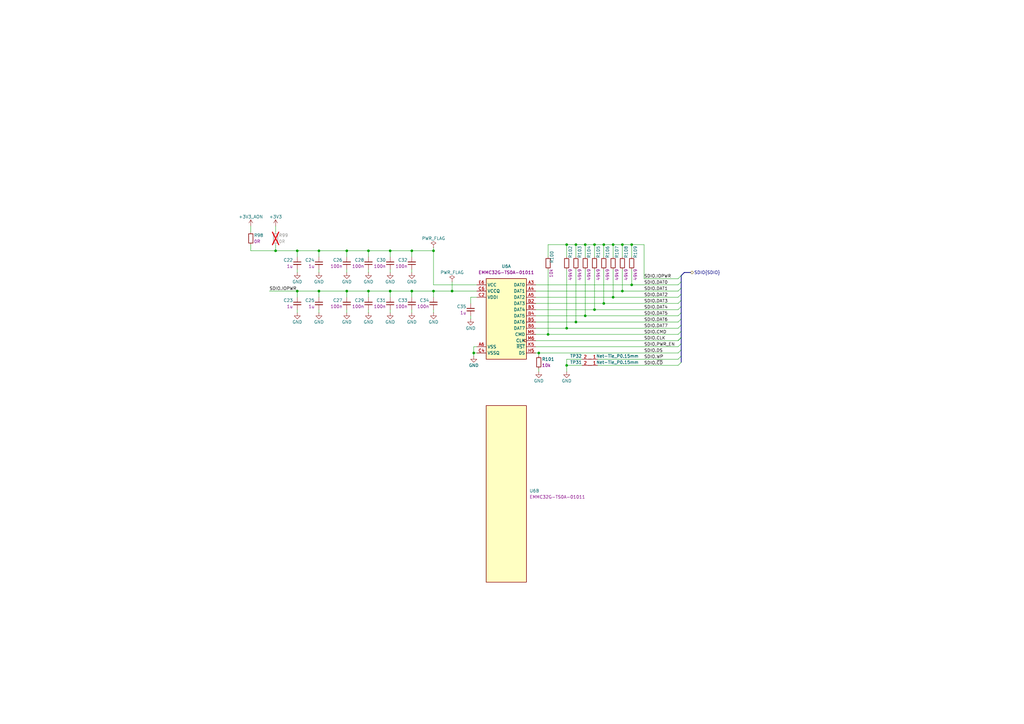
<source format=kicad_sch>
(kicad_sch (version 20250114) (generator "eeschema") (generator_version "9.0")
  (paper "A3")
  (title_block (title "BMC Reference Carrier Board") (date "2025-08-14") (rev "1.0.0"))
  (lib_symbols
    (symbol "R_10k_0402_4" (pin_numbers (hide yes)) (pin_names (hide yes))
      (property "Reference" "R" (at 20.32 -5.08 0))
      (property "Val" "10k" (at 20.32 -7.62 0))
      (symbol "R_10k_0402_4_1_1"
        (pin passive line (at 0 0 0) (length 0.635) (name "~") (number "1"))
        (pin passive line (at 5.08 0 180) (length 0.635) (name "~") (number "2"))
      )
    )
    (symbol "antmicroCapacitors0402:C_100n_0402" (pin_numbers (hide yes)) (pin_names (hide yes))
      (property "Reference" "C" (at 20.32 -5.08 0))
      (property "Val" "100n" (at 20.32 -7.62 0))
      (symbol "C_100n_0402_1_1"
        (pin passive line (at 0 0 0) (length 2.032) (name "~") (number "1"))
        (pin passive line (at 5.08 0 180) (length 2.032) (name "~") (number "2"))
      )
    )
    (symbol "antmicroCapacitors0402:C_1u_0402" (pin_numbers (hide yes)) (pin_names (hide yes))
      (property "Reference" "C" (at 20.32 -5.08 0))
      (property "Val" "1u" (at 20.32 -7.62 0))
      (symbol "C_1u_0402_1_1"
        (pin passive line (at 0 0 0) (length 2.032) (name "~") (number "1"))
        (pin passive line (at 5.08 0 180) (length 2.032) (name "~") (number "2"))
      )
    )
    (symbol "antmicroMemory:EMMC32G-TS0A-01011"
      (property "Reference" "U" (at 46.99 -5.08 0))
      (property "MPN" "EMMC32G-TS0A-01011" (at 46.99 -7.62 0))
      (symbol "EMMC32G-TS0A-01011_1_1"
        (pin power_in line (at 0 0 0) (length 3.81) (name "VCC") (number "E6"))
        (pin passive line (at 0 0 0) (length 3.81) (hide yes) (name "VCC") (number "F5"))
        (pin passive line (at 0 0 0) (length 3.81) (hide yes) (name "VCC") (number "J10"))
        (pin passive line (at 0 0 0) (length 3.81) (hide yes) (name "VCC") (number "K9"))
        (pin power_in line (at 0 -2.54 0) (length 3.81) (name "VCCQ") (number "C6"))
        (pin passive line (at 0 -2.54 0) (length 3.81) (hide yes) (name "VCCQ") (number "M4"))
        (pin passive line (at 0 -2.54 0) (length 3.81) (hide yes) (name "VCCQ") (number "N4"))
        (pin passive line (at 0 -2.54 0) (length 3.81) (hide yes) (name "VCCQ") (number "P3"))
        (pin passive line (at 0 -2.54 0) (length 3.81) (hide yes) (name "VCCQ") (number "P5"))
        (pin power_in line (at 0 -5.08 0) (length 3.81) (name "VDDI") (number "C2"))
        (pin power_in line (at 0 -25.4 0) (length 3.81) (name "VSS") (number "A6"))
        (pin passive line (at 0 -25.4 0) (length 3.81) (hide yes) (name "VSS") (number "E7"))
        (pin passive line (at 0 -25.4 0) (length 3.81) (hide yes) (name "VSS") (number "G5"))
        (pin passive line (at 0 -25.4 0) (length 3.81) (hide yes) (name "VSS") (number "H10"))
        (pin passive line (at 0 -25.4 0) (length 3.81) (hide yes) (name "VSS") (number "J5"))
        (pin passive line (at 0 -25.4 0) (length 3.81) (hide yes) (name "VSS") (number "K8"))
        (pin power_in line (at 0 -27.94 0) (length 3.81) (name "VSSQ") (number "C4"))
        (pin passive line (at 0 -27.94 0) (length 3.81) (hide yes) (name "VSSQ") (number "N2"))
        (pin passive line (at 0 -27.94 0) (length 3.81) (hide yes) (name "VSSQ") (number "N5"))
        (pin passive line (at 0 -27.94 0) (length 3.81) (hide yes) (name "VSSQ") (number "P4"))
        (pin passive line (at 0 -27.94 0) (length 3.81) (hide yes) (name "VSSQ") (number "P6"))
        (pin passive line (at 3.81 -7.62 0) (length 3.81) (hide yes) (name "VSF") (number "E10"))
        (pin passive line (at 3.81 -8.89 0) (length 3.81) (hide yes) (name "VSF") (number "F10"))
        (pin passive line (at 3.81 -10.16 0) (length 3.81) (hide yes) (name "VSF") (number "E9"))
        (pin passive line (at 3.81 -11.43 0) (length 3.81) (hide yes) (name "RFU") (number "E5"))
        (pin passive line (at 3.81 -12.7 0) (length 3.81) (hide yes) (name "RFU") (number "E8"))
        (pin passive line (at 3.81 -13.97 0) (length 3.81) (hide yes) (name "RFU") (number "G10"))
        (pin passive line (at 3.81 -15.24 0) (length 3.81) (hide yes) (name "RFU") (number "G3"))
        (pin passive line (at 3.81 -16.51 0) (length 3.81) (hide yes) (name "RFU") (number "K10"))
        (pin passive line (at 3.81 -17.78 0) (length 3.81) (hide yes) (name "RFU") (number "K6"))
        (pin passive line (at 3.81 -19.05 0) (length 3.81) (hide yes) (name "RFU") (number "K7"))
        (pin passive line (at 3.81 -20.32 0) (length 3.81) (hide yes) (name "RFU") (number "P10"))
        (pin passive line (at 3.81 -21.59 0) (length 3.81) (hide yes) (name "RFU") (number "P7"))
        (pin passive line (at 3.81 -22.86 0) (length 3.81) (hide yes) (name "RFU") (number "A7"))
        (pin bidirectional line (at 24.13 0 180) (length 3.81) (name "DAT0") (number "A3"))
        (pin bidirectional line (at 24.13 -2.54 180) (length 3.81) (name "DAT1") (number "A4"))
        (pin bidirectional line (at 24.13 -5.08 180) (length 3.81) (name "DAT2") (number "A5"))
        (pin bidirectional line (at 24.13 -7.62 180) (length 3.81) (name "DAT3") (number "B2"))
        (pin bidirectional line (at 24.13 -10.16 180) (length 3.81) (name "DAT4") (number "B3"))
        (pin bidirectional line (at 24.13 -12.7 180) (length 3.81) (name "DAT5") (number "B4"))
        (pin bidirectional line (at 24.13 -15.24 180) (length 3.81) (name "DAT6") (number "B5"))
        (pin bidirectional line (at 24.13 -17.78 180) (length 3.81) (name "DAT7") (number "B6"))
        (pin bidirectional line (at 24.13 -20.32 180) (length 3.81) (name "CMD") (number "M5"))
        (pin input clock (at 24.13 -22.86 180) (length 3.81) (name "CLK") (number "M6"))
        (pin input line (at 24.13 -25.4 180) (length 3.81) (name "~{RST}") (number "K5"))
        (pin output line (at 24.13 -27.94 180) (length 3.81) (name "DS") (number "H5"))
      )
      (symbol "EMMC32G-TS0A-01011_2_1"
        (pin no_connect line (at 0 0 0) (length 3.81) (hide yes) (name "NC") (number "B1"))
        (pin no_connect line (at 0 -1.27 0) (length 3.81) (hide yes) (name "NC") (number "B10"))
        (pin no_connect line (at 0 -2.54 0) (length 3.81) (hide yes) (name "NC") (number "B11"))
        (pin no_connect line (at 0 -3.81 0) (length 3.81) (hide yes) (name "NC") (number "B12"))
        (pin no_connect line (at 0 -5.08 0) (length 3.81) (hide yes) (name "NC") (number "B13"))
        (pin no_connect line (at 0 -6.35 0) (length 3.81) (hide yes) (name "NC") (number "B14"))
        (pin no_connect line (at 0 -7.62 0) (length 3.81) (hide yes) (name "NC") (number "B7"))
        (pin no_connect line (at 0 -8.89 0) (length 3.81) (hide yes) (name "NC") (number "B8"))
        (pin no_connect line (at 0 -10.16 0) (length 3.81) (hide yes) (name "NC") (number "B9"))
        (pin no_connect line (at 0 -11.43 0) (length 3.81) (hide yes) (name "NC") (number "C1"))
        (pin no_connect line (at 0 -12.7 0) (length 3.81) (hide yes) (name "NC") (number "C10"))
        (pin no_connect line (at 0 -13.97 0) (length 3.81) (hide yes) (name "NC") (number "C11"))
        (pin no_connect line (at 0 -15.24 0) (length 3.81) (hide yes) (name "NC") (number "C12"))
        (pin no_connect line (at 0 -16.51 0) (length 3.81) (hide yes) (name "NC") (number "C13"))
        (pin no_connect line (at 0 -17.78 0) (length 3.81) (hide yes) (name "NC") (number "C14"))
        (pin no_connect line (at 0 -19.05 0) (length 3.81) (hide yes) (name "NC") (number "C3"))
        (pin no_connect line (at 0 -20.32 0) (length 3.81) (hide yes) (name "NC") (number "C5"))
        (pin no_connect line (at 0 -21.59 0) (length 3.81) (hide yes) (name "NC") (number "C7"))
        (pin no_connect line (at 0 -22.86 0) (length 3.81) (hide yes) (name "NC") (number "C8"))
        (pin no_connect line (at 0 -24.13 0) (length 3.81) (hide yes) (name "NC") (number "C9"))
        (pin no_connect line (at 0 -25.4 0) (length 3.81) (hide yes) (name "NC") (number "D1"))
        (pin no_connect line (at 0 -26.67 0) (length 3.81) (hide yes) (name "NC") (number "D12"))
        (pin no_connect line (at 0 -27.94 0) (length 3.81) (hide yes) (name "NC") (number "D13"))
        (pin no_connect line (at 0 -29.21 0) (length 3.81) (hide yes) (name "NC") (number "D14"))
        (pin no_connect line (at 0 -30.48 0) (length 3.81) (hide yes) (name "NC") (number "D2"))
        (pin no_connect line (at 0 -31.75 0) (length 3.81) (hide yes) (name "NC") (number "D3"))
        (pin no_connect line (at 0 -33.02 0) (length 3.81) (hide yes) (name "NC") (number "D4"))
        (pin no_connect line (at 0 -34.29 0) (length 3.81) (hide yes) (name "NC") (number "E1"))
        (pin no_connect line (at 0 -35.56 0) (length 3.81) (hide yes) (name "NC") (number "E12"))
        (pin no_connect line (at 0 -36.83 0) (length 3.81) (hide yes) (name "NC") (number "E13"))
        (pin no_connect line (at 0 -38.1 0) (length 3.81) (hide yes) (name "NC") (number "E14"))
        (pin no_connect line (at 0 -39.37 0) (length 3.81) (hide yes) (name "NC") (number "E2"))
        (pin no_connect line (at 0 -40.64 0) (length 3.81) (hide yes) (name "NC") (number "E3"))
        (pin no_connect line (at 0 -41.91 0) (length 3.81) (hide yes) (name "NC") (number "F1"))
        (pin no_connect line (at 0 -43.18 0) (length 3.81) (hide yes) (name "NC") (number "F12"))
        (pin no_connect line (at 0 -44.45 0) (length 3.81) (hide yes) (name "NC") (number "F14"))
        (pin no_connect line (at 0 -45.72 0) (length 3.81) (hide yes) (name "NC") (number "M9"))
        (pin no_connect line (at 0 -46.99 0) (length 3.81) (hide yes) (name "NC") (number "N1"))
        (pin no_connect line (at 0 -48.26 0) (length 3.81) (hide yes) (name "NC") (number "N10"))
        (pin no_connect line (at 0 -49.53 0) (length 3.81) (hide yes) (name "NC") (number "N11"))
        (pin no_connect line (at 0 -50.8 0) (length 3.81) (hide yes) (name "NC") (number "N12"))
        (pin no_connect line (at 0 -52.07 0) (length 3.81) (hide yes) (name "NC") (number "N13"))
        (pin no_connect line (at 0 -53.34 0) (length 3.81) (hide yes) (name "NC") (number "N14"))
        (pin no_connect line (at 0 -54.61 0) (length 3.81) (hide yes) (name "NC") (number "N3"))
        (pin no_connect line (at 0 -55.88 0) (length 3.81) (hide yes) (name "NC") (number "N6"))
        (pin no_connect line (at 0 -57.15 0) (length 3.81) (hide yes) (name "NC") (number "N7"))
        (pin no_connect line (at 0 -58.42 0) (length 3.81) (hide yes) (name "NC") (number "N8"))
        (pin no_connect line (at 0 -59.69 0) (length 3.81) (hide yes) (name "NC") (number "N9"))
        (pin no_connect line (at 0 -60.96 0) (length 3.81) (hide yes) (name "NC") (number "P1"))
        (pin no_connect line (at 0 -62.23 0) (length 3.81) (hide yes) (name "NC") (number "P11"))
        (pin no_connect line (at 0 -63.5 0) (length 3.81) (hide yes) (name "NC") (number "P12"))
        (pin no_connect line (at 0 -64.77 0) (length 3.81) (hide yes) (name "NC") (number "P13"))
        (pin no_connect line (at 0 -66.04 0) (length 3.81) (hide yes) (name "NC") (number "P2"))
        (pin no_connect line (at 0 -67.31 0) (length 3.81) (hide yes) (name "NC") (number "P14"))
        (pin no_connect line (at 16.51 0 180) (length 3.81) (hide yes) (name "NC") (number "A1"))
        (pin no_connect line (at 16.51 -1.27 180) (length 3.81) (hide yes) (name "NC") (number "A10"))
        (pin no_connect line (at 16.51 -2.54 180) (length 3.81) (hide yes) (name "NC") (number "A11"))
        (pin no_connect line (at 16.51 -3.81 180) (length 3.81) (hide yes) (name "NC") (number "A12"))
        (pin no_connect line (at 16.51 -5.08 180) (length 3.81) (hide yes) (name "NC") (number "A14"))
        (pin no_connect line (at 16.51 -6.35 180) (length 3.81) (hide yes) (name "NC") (number "A13"))
        (pin no_connect line (at 16.51 -7.62 180) (length 3.81) (hide yes) (name "NC") (number "A2"))
        (pin no_connect line (at 16.51 -8.89 180) (length 3.81) (hide yes) (name "NC") (number "A8"))
        (pin no_connect line (at 16.51 -10.16 180) (length 3.81) (hide yes) (name "NC") (number "A9"))
        (pin no_connect line (at 16.51 -11.43 180) (length 3.81) (hide yes) (name "NC") (number "F13"))
        (pin no_connect line (at 16.51 -12.7 180) (length 3.81) (hide yes) (name "NC") (number "F2"))
        (pin no_connect line (at 16.51 -13.97 180) (length 3.81) (hide yes) (name "NC") (number "F3"))
        (pin no_connect line (at 16.51 -15.24 180) (length 3.81) (hide yes) (name "NC") (number "G1"))
        (pin no_connect line (at 16.51 -16.51 180) (length 3.81) (hide yes) (name "NC") (number "G12"))
        (pin no_connect line (at 16.51 -17.78 180) (length 3.81) (hide yes) (name "NC") (number "G13"))
        (pin no_connect line (at 16.51 -19.05 180) (length 3.81) (hide yes) (name "NC") (number "G14"))
        (pin no_connect line (at 16.51 -20.32 180) (length 3.81) (hide yes) (name "NC") (number "J1"))
        (pin no_connect line (at 16.51 -21.59 180) (length 3.81) (hide yes) (name "NC") (number "G2"))
        (pin no_connect line (at 16.51 -22.86 180) (length 3.81) (hide yes) (name "NC") (number "H1"))
        (pin no_connect line (at 16.51 -24.13 180) (length 3.81) (hide yes) (name "NC") (number "H12"))
        (pin no_connect line (at 16.51 -25.4 180) (length 3.81) (hide yes) (name "NC") (number "H13"))
        (pin no_connect line (at 16.51 -26.67 180) (length 3.81) (hide yes) (name "NC") (number "H14"))
        (pin no_connect line (at 16.51 -27.94 180) (length 3.81) (hide yes) (name "NC") (number "H2"))
        (pin no_connect line (at 16.51 -29.21 180) (length 3.81) (hide yes) (name "NC") (number "H3"))
        (pin no_connect line (at 16.51 -30.48 180) (length 3.81) (hide yes) (name "NC") (number "J12"))
        (pin no_connect line (at 16.51 -31.75 180) (length 3.81) (hide yes) (name "NC") (number "J13"))
        (pin no_connect line (at 16.51 -33.02 180) (length 3.81) (hide yes) (name "NC") (number "J14"))
        (pin no_connect line (at 16.51 -34.29 180) (length 3.81) (hide yes) (name "NC") (number "J2"))
        (pin no_connect line (at 16.51 -35.56 180) (length 3.81) (hide yes) (name "NC") (number "K1"))
        (pin no_connect line (at 16.51 -36.83 180) (length 3.81) (hide yes) (name "NC") (number "J3"))
        (pin no_connect line (at 16.51 -38.1 180) (length 3.81) (hide yes) (name "NC") (number "K12"))
        (pin no_connect line (at 16.51 -39.37 180) (length 3.81) (hide yes) (name "NC") (number "K13"))
        (pin no_connect line (at 16.51 -40.64 180) (length 3.81) (hide yes) (name "NC") (number "K14"))
        (pin no_connect line (at 16.51 -41.91 180) (length 3.81) (hide yes) (name "NC") (number "K2"))
        (pin no_connect line (at 16.51 -43.18 180) (length 3.81) (hide yes) (name "NC") (number "K3"))
        (pin no_connect line (at 16.51 -44.45 180) (length 3.81) (hide yes) (name "NC") (number "L1"))
        (pin no_connect line (at 16.51 -45.72 180) (length 3.81) (hide yes) (name "NC") (number "L12"))
        (pin no_connect line (at 16.51 -46.99 180) (length 3.81) (hide yes) (name "NC") (number "L13"))
        (pin no_connect line (at 16.51 -48.26 180) (length 3.81) (hide yes) (name "NC") (number "L14"))
        (pin no_connect line (at 16.51 -49.53 180) (length 3.81) (hide yes) (name "NC") (number "L2"))
        (pin no_connect line (at 16.51 -50.8 180) (length 3.81) (hide yes) (name "NC") (number "L3"))
        (pin no_connect line (at 16.51 -52.07 180) (length 3.81) (hide yes) (name "NC") (number "M1"))
        (pin no_connect line (at 16.51 -53.34 180) (length 3.81) (hide yes) (name "NC") (number "M10"))
        (pin no_connect line (at 16.51 -54.61 180) (length 3.81) (hide yes) (name "NC") (number "M11"))
        (pin no_connect line (at 16.51 -55.88 180) (length 3.81) (hide yes) (name "NC") (number "M12"))
        (pin no_connect line (at 16.51 -57.15 180) (length 3.81) (hide yes) (name "NC") (number "M13"))
        (pin no_connect line (at 16.51 -58.42 180) (length 3.81) (hide yes) (name "NC") (number "M14"))
        (pin no_connect line (at 16.51 -59.69 180) (length 3.81) (hide yes) (name "NC") (number "M2"))
        (pin no_connect line (at 16.51 -60.96 180) (length 3.81) (hide yes) (name "NC") (number "M3"))
        (pin no_connect line (at 16.51 -62.23 180) (length 3.81) (hide yes) (name "NC") (number "M7"))
        (pin no_connect line (at 16.51 -63.5 180) (length 3.81) (hide yes) (name "NC") (number "M8"))
        (pin no_connect line (at 16.51 -64.77 180) (length 3.81) (hide yes) (name "NC") (number "P8"))
        (pin no_connect line (at 16.51 -66.04 180) (length 3.81) (hide yes) (name "NC") (number "P9"))
      )
    )
    (symbol "antmicroResistors0402:R_0R_0402" (pin_numbers (hide yes)) (pin_names (hide yes))
      (property "Reference" "R" (at 20.32 -5.08 0))
      (property "Val" "0R" (at 20.32 -7.62 0))
      (symbol "R_0R_0402_1_1"
        (pin passive line (at 0 0 0) (length 0.635) (name "~") (number "1"))
        (pin passive line (at 5.08 0 180) (length 0.635) (name "~") (number "2"))
      )
    )
    (symbol "antmicroResistors0402:R_49k9_0402" (pin_numbers (hide yes)) (pin_names (hide yes))
      (property "Reference" "R" (at 20.32 -5.08 0))
      (property "Val" "49k9" (at 20.32 -7.62 0))
      (symbol "R_49k9_0402_1_1"
        (pin passive line (at 0 0 0) (length 0.635) (name "~") (number "1"))
        (pin passive line (at 5.08 0 180) (length 0.635) (name "~") (number "2"))
      )
    )
    (symbol "antmicroShuntsJumpers:Net-Tie_P0.15mm" (pin_names (hide yes)) (in_bom no)
      (property "Reference" "TP" (at 21.59 -5.08 0))
      (property "Value" "Net-Tie_P0.15mm" (at 21.59 -7.62 0))
      (symbol "Net-Tie_P0.15mm_1_1"
        (pin passive line (at 0 0 0) (length 2.54) (name "1") (number "1"))
        (pin passive line (at 6.35 0 180) (length 2.54) (name "2") (number "2"))
      )
    )
    (symbol "antmicropower:+3V3" (power) (pin_numbers (hide yes)) (pin_names (hide yes))
      (property "Value" "+3V3" (at -3.175 2.54 0))
      (symbol "+3V3_1_1"
        (pin power_in line (at 0 0 90) (length 0) (hide yes) (name "+3V3") (number "1"))
      )
    )
    (symbol "antmicropower:+3V3_AON" (power) (pin_names (offset 0))
      (property "Value" "+3V3_AON" (at 0 3.556 0))
      (symbol "+3V3_AON_1_1"
        (pin power_in line (at 0 0 90) (length 0) (hide yes) (name "+3V3_AON") (number "1"))
      )
    )
    (symbol "antmicropower:GND" (power) (pin_numbers (hide yes)) (pin_names (hide yes))
      (property "Value" "GND" (at 8.89 -5.08 0))
      (symbol "GND_1_1"
        (pin power_in line (at 0 0 270) (length 0) (name "GND") (number "1"))
      )
    )
    (symbol "antmicropower:PWR_FLAG" (power) (pin_numbers (hide yes)) (pin_names (offset 0) (hide yes))
      (property "Value" "PWR_FLAG" (at 0 3.81 0))
      (symbol "PWR_FLAG_0_0"
        (pin power_out line (at 0 0 90) (length 0) (name "pwr") (number "1"))
      )
    )
  )
  (junction (at 247.65 100.33))
  (junction (at 151.13 102.87))
  (junction (at 168.91 102.87))
  (junction (at 185.42 119.38))
  (junction (at 236.22 132.08))
  (junction (at 177.8 119.38))
  (junction (at 243.84 127))
  (junction (at 259.08 100.33))
  (junction (at 255.27 119.38))
  (junction (at 232.41 134.62))
  (junction (at 160.02 102.87))
  (junction (at 255.27 100.33))
  (junction (at 240.03 129.54))
  (junction (at 247.65 124.46))
  (junction (at 224.79 137.16))
  (junction (at 130.81 119.38))
  (junction (at 130.81 102.87))
  (junction (at 259.08 116.84))
  (junction (at 142.24 102.87))
  (junction (at 177.8 102.87))
  (junction (at 121.92 102.87))
  (junction (at 194.31 144.78))
  (junction (at 240.03 100.33))
  (junction (at 236.22 100.33))
  (junction (at 113.03 102.87))
  (junction (at 251.46 121.92))
  (junction (at 151.13 119.38))
  (junction (at 243.84 100.33))
  (junction (at 232.41 149.86))
  (junction (at 142.24 119.38))
  (junction (at 232.41 100.33))
  (junction (at 251.46 100.33))
  (junction (at 168.91 119.38))
  (junction (at 160.02 119.38))
  (junction (at 121.92 119.38))
  (junction (at 220.98 144.78))
  (bus_entry (at 279.4 113.03) (size -1.27 1.27))
  (bus_entry (at 279.4 120.65) (size -1.27 1.27))
  (bus_entry (at 279.4 133.35) (size -1.27 1.27))
  (bus_entry (at 279.4 115.57) (size -1.27 1.27))
  (bus_entry (at 279.4 148.59) (size -1.27 1.27))
  (bus_entry (at 279.4 125.73) (size -1.27 1.27))
  (bus_entry (at 279.4 130.81) (size -1.27 1.27))
  (bus_entry (at 279.4 138.43) (size -1.27 1.27))
  (bus_entry (at 279.4 138.43) (size -1.27 1.27))
  (bus_entry (at 279.4 128.27) (size -1.27 1.27))
  (bus_entry (at 279.4 146.05) (size -1.27 1.27))
  (bus_entry (at 279.4 140.97) (size -1.27 1.27))
  (bus_entry (at 279.4 135.89) (size -1.27 1.27))
  (bus_entry (at 279.4 143.51) (size -1.27 1.27))
  (bus_entry (at 279.4 118.11) (size -1.27 1.27))
  (bus_entry (at 279.4 123.19) (size -1.27 1.27))
  (wire (pts (xy 185.42 119.38) (xy 195.58 119.38)))
  (wire (pts (xy 224.79 110.49) (xy 224.79 137.16)))
  (wire (pts (xy 232.41 100.33) (xy 232.41 105.41)))
  (bus (pts (xy 279.4 138.43) (xy 279.4 140.97)))
  (wire (pts (xy 255.27 119.38) (xy 278.13 119.38)))
  (wire (pts (xy 193.04 130.81) (xy 193.04 129.54)))
  (wire (pts (xy 121.92 121.92) (xy 121.92 119.38)))
  (wire (pts (xy 142.24 119.38) (xy 151.13 119.38)))
  (wire (pts (xy 259.08 100.33) (xy 264.16 100.33)))
  (wire (pts (xy 130.81 128.27) (xy 130.81 127)))
  (wire (pts (xy 251.46 121.92) (xy 278.13 121.92)))
  (wire (pts (xy 259.08 116.84) (xy 278.13 116.84)))
  (wire (pts (xy 220.98 144.78) (xy 278.13 144.78)))
  (bus (pts (xy 279.4 125.73) (xy 279.4 128.27)))
  (wire (pts (xy 121.92 102.87) (xy 130.81 102.87)))
  (bus (pts (xy 279.4 128.27) (xy 279.4 130.81)))
  (wire (pts (xy 232.41 149.86) (xy 232.41 152.4)))
  (wire (pts (xy 251.46 110.49) (xy 251.46 121.92)))
  (wire (pts (xy 121.92 105.41) (xy 121.92 102.87)))
  (wire (pts (xy 195.58 116.84) (xy 177.8 116.84)))
  (bus (pts (xy 279.4 140.97) (xy 279.4 143.51)))
  (wire (pts (xy 110.49 119.38) (xy 121.92 119.38)))
  (wire (pts (xy 236.22 110.49) (xy 236.22 132.08)))
  (wire (pts (xy 224.79 137.16) (xy 278.13 137.16)))
  (bus (pts (xy 279.4 130.81) (xy 279.4 133.35)))
  (wire (pts (xy 219.71 121.92) (xy 251.46 121.92)))
  (wire (pts (xy 220.98 151.13) (xy 220.98 152.4)))
  (wire (pts (xy 142.24 111.76) (xy 142.24 110.49)))
  (wire (pts (xy 232.41 134.62) (xy 278.13 134.62)))
  (wire (pts (xy 219.71 116.84) (xy 259.08 116.84)))
  (wire (pts (xy 243.84 100.33) (xy 247.65 100.33)))
  (wire (pts (xy 232.41 110.49) (xy 232.41 134.62)))
  (wire (pts (xy 259.08 110.49) (xy 259.08 116.84)))
  (wire (pts (xy 151.13 102.87) (xy 151.13 105.41)))
  (wire (pts (xy 102.87 100.33) (xy 102.87 102.87)))
  (wire (pts (xy 177.8 102.87) (xy 168.91 102.87)))
  (wire (pts (xy 142.24 128.27) (xy 142.24 127)))
  (wire (pts (xy 243.84 127) (xy 278.13 127)))
  (wire (pts (xy 194.31 142.24) (xy 195.58 142.24)))
  (wire (pts (xy 220.98 144.78) (xy 220.98 146.05)))
  (wire (pts (xy 142.24 102.87) (xy 130.81 102.87)))
  (wire (pts (xy 243.84 100.33) (xy 243.84 105.41)))
  (wire (pts (xy 219.71 127) (xy 243.84 127)))
  (wire (pts (xy 168.91 128.27) (xy 168.91 127)))
  (wire (pts (xy 142.24 119.38) (xy 142.24 121.92)))
  (wire (pts (xy 177.8 116.84) (xy 177.8 102.87)))
  (wire (pts (xy 177.8 101.6) (xy 177.8 102.87)))
  (wire (pts (xy 232.41 147.32) (xy 232.41 149.86)))
  (wire (pts (xy 177.8 119.38) (xy 177.8 121.92)))
  (bus (pts (xy 279.4 120.65) (xy 279.4 123.19)))
  (wire (pts (xy 151.13 119.38) (xy 160.02 119.38)))
  (bus (pts (xy 280.67 111.76) (xy 279.4 113.03)))
  (wire (pts (xy 219.71 124.46) (xy 247.65 124.46)))
  (wire (pts (xy 160.02 102.87) (xy 160.02 105.41)))
  (bus (pts (xy 283.21 111.76) (xy 280.67 111.76)))
  (wire (pts (xy 219.71 137.16) (xy 224.79 137.16)))
  (wire (pts (xy 219.71 119.38) (xy 255.27 119.38)))
  (wire (pts (xy 224.79 100.33) (xy 232.41 100.33)))
  (wire (pts (xy 142.24 102.87) (xy 142.24 105.41)))
  (wire (pts (xy 168.91 102.87) (xy 168.91 105.41)))
  (wire (pts (xy 193.04 121.92) (xy 195.58 121.92)))
  (wire (pts (xy 102.87 92.71) (xy 102.87 95.25)))
  (wire (pts (xy 160.02 128.27) (xy 160.02 127)))
  (wire (pts (xy 177.8 119.38) (xy 185.42 119.38)))
  (bus (pts (xy 279.4 143.51) (xy 279.4 146.05)))
  (wire (pts (xy 185.42 115.57) (xy 185.42 119.38)))
  (wire (pts (xy 151.13 128.27) (xy 151.13 127)))
  (wire (pts (xy 194.31 142.24) (xy 194.31 144.78)))
  (wire (pts (xy 168.91 119.38) (xy 168.91 121.92)))
  (bus (pts (xy 279.4 123.19) (xy 279.4 125.73)))
  (wire (pts (xy 219.71 129.54) (xy 240.03 129.54)))
  (wire (pts (xy 264.16 114.3) (xy 278.13 114.3)))
  (wire (pts (xy 240.03 110.49) (xy 240.03 129.54)))
  (wire (pts (xy 240.03 100.33) (xy 243.84 100.33)))
  (wire (pts (xy 240.03 129.54) (xy 278.13 129.54)))
  (wire (pts (xy 219.71 144.78) (xy 220.98 144.78)))
  (wire (pts (xy 130.81 121.92) (xy 130.81 119.38)))
  (wire (pts (xy 247.65 110.49) (xy 247.65 124.46)))
  (wire (pts (xy 121.92 119.38) (xy 130.81 119.38)))
  (wire (pts (xy 219.71 142.24) (xy 278.13 142.24)))
  (wire (pts (xy 151.13 102.87) (xy 142.24 102.87)))
  (wire (pts (xy 121.92 111.76) (xy 121.92 110.49)))
  (wire (pts (xy 193.04 124.46) (xy 193.04 121.92)))
  (wire (pts (xy 177.8 128.27) (xy 177.8 127)))
  (wire (pts (xy 236.22 100.33) (xy 240.03 100.33)))
  (wire (pts (xy 160.02 119.38) (xy 168.91 119.38)))
  (wire (pts (xy 259.08 100.33) (xy 259.08 105.41)))
  (wire (pts (xy 240.03 100.33) (xy 240.03 105.41)))
  (bus (pts (xy 279.4 113.03) (xy 279.4 115.57)))
  (wire (pts (xy 232.41 100.33) (xy 236.22 100.33)))
  (wire (pts (xy 247.65 100.33) (xy 251.46 100.33)))
  (wire (pts (xy 264.16 100.33) (xy 264.16 114.3)))
  (bus (pts (xy 279.4 133.35) (xy 279.4 135.89)))
  (wire (pts (xy 168.91 119.38) (xy 177.8 119.38)))
  (wire (pts (xy 113.03 100.33) (xy 113.03 102.87)))
  (wire (pts (xy 130.81 119.38) (xy 142.24 119.38)))
  (bus (pts (xy 279.4 146.05) (xy 279.4 148.59)))
  (wire (pts (xy 160.02 111.76) (xy 160.02 110.49)))
  (wire (pts (xy 255.27 110.49) (xy 255.27 119.38)))
  (wire (pts (xy 130.81 111.76) (xy 130.81 110.49)))
  (wire (pts (xy 102.87 102.87) (xy 113.03 102.87)))
  (wire (pts (xy 236.22 105.41) (xy 236.22 100.33)))
  (wire (pts (xy 168.91 102.87) (xy 160.02 102.87)))
  (wire (pts (xy 151.13 119.38) (xy 151.13 121.92)))
  (wire (pts (xy 160.02 119.38) (xy 160.02 121.92)))
  (wire (pts (xy 232.41 147.32) (xy 238.76 147.32)))
  (bus (pts (xy 279.4 115.57) (xy 279.4 118.11)))
  (bus (pts (xy 279.4 135.89) (xy 279.4 138.43)))
  (wire (pts (xy 219.71 139.7) (xy 278.13 139.7)))
  (wire (pts (xy 251.46 100.33) (xy 251.46 105.41)))
  (wire (pts (xy 255.27 100.33) (xy 255.27 105.41)))
  (wire (pts (xy 247.65 100.33) (xy 247.65 105.41)))
  (wire (pts (xy 130.81 105.41) (xy 130.81 102.87)))
  (wire (pts (xy 232.41 149.86) (xy 238.76 149.86)))
  (wire (pts (xy 194.31 144.78) (xy 194.31 146.05)))
  (bus (pts (xy 279.4 118.11) (xy 279.4 120.65)))
  (wire (pts (xy 219.71 132.08) (xy 236.22 132.08)))
  (wire (pts (xy 160.02 102.87) (xy 151.13 102.87)))
  (wire (pts (xy 151.13 111.76) (xy 151.13 110.49)))
  (wire (pts (xy 194.31 144.78) (xy 195.58 144.78)))
  (wire (pts (xy 255.27 100.33) (xy 259.08 100.33)))
  (wire (pts (xy 251.46 100.33) (xy 255.27 100.33)))
  (wire (pts (xy 224.79 105.41) (xy 224.79 100.33)))
  (wire (pts (xy 245.11 149.86) (xy 278.13 149.86)))
  (wire (pts (xy 236.22 132.08) (xy 278.13 132.08)))
  (wire (pts (xy 113.03 92.71) (xy 113.03 95.25)))
  (wire (pts (xy 121.92 128.27) (xy 121.92 127)))
  (wire (pts (xy 168.91 111.76) (xy 168.91 110.49)))
  (wire (pts (xy 113.03 102.87) (xy 121.92 102.87)))
  (wire (pts (xy 219.71 134.62) (xy 232.41 134.62)))
  (wire (pts (xy 243.84 110.49) (xy 243.84 127)))
  (wire (pts (xy 247.65 124.46) (xy 278.13 124.46)))
  (wire (pts (xy 245.11 147.32) (xy 278.13 147.32)))
  (label "SDIO.DAT6" (at 264.16 132.08 0))
  (label "SDIO.DAT7" (at 264.16 134.62 0))
  (label "SDIO.IOPWR" (at 110.49 119.38 0))
  (label "SDIO.DS" (at 264.16 144.78 0))
  (label "SDIO.DAT1" (at 264.16 119.38 0))
  (label "SDIO.DAT3" (at 264.16 124.46 0))
  (label "SDIO.DAT5" (at 264.16 129.54 0))
  (label "SDIO.DAT4" (at 264.16 127 0))
  (label "SDIO.IOPWR" (at 264.16 114.3 0))
  (label "SDIO.PWR_EN" (at 264.16 142.24 0))
  (label "SDIO.DAT0" (at 264.16 116.84 0))
  (label "SDIO.WP" (at 264.16 147.32 0))
  (label "SDIO.CLK" (at 264.16 139.7 0))
  (label "SDIO.~{CD}" (at 264.16 149.86 0))
  (label "SDIO.DAT2" (at 264.16 121.92 0))
  (label "SDIO.CMD" (at 264.16 137.16 0))
  (hierarchical_label "SDIO{SDIO}" (shape bidirectional) (at 283.21 111.76 0))
  (symbol (lib_id "antmicropower:GND") (at 220.98 152.4 0) (unit 1)
    (property "Reference" "#PWR061" (effects (hide yes)))
    (property "Value" "GND" (at 220.98 156.21 0))
    (property "Author" "Antmicro" (effects (hide yes)))
    (property "License" "Apache-2.0" (effects (hide yes)))
  )
  (symbol (lib_id "antmicropower:GND") (at 177.8 128.27 0) (unit 1)
    (property "Reference" "#PWR058" (effects (hide yes)))
    (property "Value" "GND" (at 177.8 132.08 0))
    (property "Author" "Antmicro" (effects (hide yes)))
    (property "License" "Apache-2.0" (effects (hide yes)))
  )
  (symbol (lib_id "antmicroCapacitors0402:C_100n_0402") (at 160.02 110.49 270) (mirror x) (unit 1)
    (property "Reference" "C30" (at 158.242 106.6673 90) (effects (justify right)))
    (property "Value" "C_100n_0402" (effects (hide yes)))
    (property "Footprint" "antmicro-footprints:C_0402_1005Metric" (effects (hide yes)))
    (property "Datasheet" "https://www.murata.com/products/productdetail?partno=GRM155R61H104KE14%23" (effects (hide yes)))
    (property "Description" "SMD Multilayer Ceramic Capacitor, 0.1 µF, 50 V, 0402 [1005 Metric], ± 10%, X5R, GRM Series" (effects (hide yes)))
    (property "MPN" "GRM155R61H104KE14D" (effects (hide yes)))
    (property "Manufacturer" "Murata" (effects (hide yes)))
    (property "License" "Apache-2.0" (effects (hide yes)))
    (property "Author" "Antmicro" (effects (hide yes)))
    (property "Val" "100n" (at 158.242 109.2073 90) (effects (justify right)))
    (property "Voltage" "50V" (effects (hide yes)))
    (property "Dielectric" "X5R" (effects (hide yes)))
  )
  (symbol (lib_id "antmicropower:+3V3") (at 113.03 92.71 0) (unit 1)
    (property "Reference" "#PWR045" (effects (hide yes)))
    (property "Value" "+3V3" (at 113.03 88.9 0))
    (property "Author" "Antmicro" (effects (hide yes)))
    (property "License" "Apache-2.0" (effects (hide yes)))
  )
  (symbol (lib_id "antmicroResistors0402:R_49k9_0402") (at 232.41 110.49 90) (unit 1)
    (property "Reference" "R102" (at 233.934 105.918 0) (effects (justify left)))
    (property "Value" "R_49k9_0402" (effects (hide yes)))
    (property "Footprint" "antmicro-footprints:R_0402_1005Metric" (effects (hide yes)))
    (property "Datasheet" "https://www.bourns.com/docs/product-datasheets/cr.pdf" (effects (hide yes)))
    (property "Description" "SMD Chip Resistor, 49.9 kohm, ± 1%, 63 mW, 0402 [1005 Metric], Thick Film, General Purpose" (effects (hide yes)))
    (property "MPN" "CR0402-FX-4992GLF" (effects (hide yes)))
    (property "Manufacturer" "Bourns" (effects (hide yes)))
    (property "License" "Apache-2.0" (effects (hide yes)))
    (property "Author" "Antmicro" (effects (hide yes)))
    (property "Val" "49k9" (at 233.934 110.236 0) (effects (justify right)))
    (property "Tolerance" "1%" (effects (hide yes)))
  )
  (symbol (lib_id "antmicropower:GND") (at 193.04 130.81 0) (unit 1)
    (property "Reference" "#PWR059" (effects (hide yes)))
    (property "Value" "GND" (at 193.04 134.62 0))
    (property "Author" "Antmicro" (effects (hide yes)))
    (property "License" "Apache-2.0" (effects (hide yes)))
  )
  (symbol (lib_id "antmicroCapacitors0402:C_100n_0402") (at 142.24 127 270) (mirror x) (unit 1)
    (property "Reference" "C27" (at 140.462 123.1773 90) (effects (justify right)))
    (property "Value" "C_100n_0402" (effects (hide yes)))
    (property "Footprint" "antmicro-footprints:C_0402_1005Metric" (effects (hide yes)))
    (property "Datasheet" "https://www.murata.com/products/productdetail?partno=GRM155R61H104KE14%23" (effects (hide yes)))
    (property "Description" "SMD Multilayer Ceramic Capacitor, 0.1 µF, 50 V, 0402 [1005 Metric], ± 10%, X5R, GRM Series" (effects (hide yes)))
    (property "MPN" "GRM155R61H104KE14D" (effects (hide yes)))
    (property "Manufacturer" "Murata" (effects (hide yes)))
    (property "License" "Apache-2.0" (effects (hide yes)))
    (property "Author" "Antmicro" (effects (hide yes)))
    (property "Val" "100n" (at 140.462 125.7173 90) (effects (justify right)))
    (property "Voltage" "50V" (effects (hide yes)))
    (property "Dielectric" "X5R" (effects (hide yes)))
  )
  (symbol (lib_id "antmicroResistors0402:R_49k9_0402") (at 247.65 110.49 90) (unit 1)
    (property "Reference" "R106" (at 249.174 105.918 0) (effects (justify left)))
    (property "Value" "R_49k9_0402" (effects (hide yes)))
    (property "Footprint" "antmicro-footprints:R_0402_1005Metric" (effects (hide yes)))
    (property "Datasheet" "https://www.bourns.com/docs/product-datasheets/cr.pdf" (effects (hide yes)))
    (property "Description" "SMD Chip Resistor, 49.9 kohm, ± 1%, 63 mW, 0402 [1005 Metric], Thick Film, General Purpose" (effects (hide yes)))
    (property "MPN" "CR0402-FX-4992GLF" (effects (hide yes)))
    (property "Manufacturer" "Bourns" (effects (hide yes)))
    (property "License" "Apache-2.0" (effects (hide yes)))
    (property "Author" "Antmicro" (effects (hide yes)))
    (property "Val" "49k9" (at 249.174 110.236 0) (effects (justify right)))
    (property "Tolerance" "1%" (effects (hide yes)))
  )
  (symbol (lib_id "antmicroCapacitors0402:C_100n_0402") (at 177.8 127 270) (mirror x) (unit 1)
    (property "Reference" "C34" (at 176.022 123.1773 90) (effects (justify right)))
    (property "Value" "C_100n_0402" (effects (hide yes)))
    (property "Footprint" "antmicro-footprints:C_0402_1005Metric" (effects (hide yes)))
    (property "Datasheet" "https://www.murata.com/products/productdetail?partno=GRM155R61H104KE14%23" (effects (hide yes)))
    (property "Description" "SMD Multilayer Ceramic Capacitor, 0.1 µF, 50 V, 0402 [1005 Metric], ± 10%, X5R, GRM Series" (effects (hide yes)))
    (property "MPN" "GRM155R61H104KE14D" (effects (hide yes)))
    (property "Manufacturer" "Murata" (effects (hide yes)))
    (property "License" "Apache-2.0" (effects (hide yes)))
    (property "Author" "Antmicro" (effects (hide yes)))
    (property "Val" "100n" (at 176.022 125.7173 90) (effects (justify right)))
    (property "Voltage" "50V" (effects (hide yes)))
    (property "Dielectric" "X5R" (effects (hide yes)))
  )
  (symbol (lib_id "antmicropower:GND") (at 168.91 128.27 0) (unit 1)
    (property "Reference" "#PWR057" (effects (hide yes)))
    (property "Value" "GND" (at 168.91 132.08 0))
    (property "Author" "Antmicro" (effects (hide yes)))
    (property "License" "Apache-2.0" (effects (hide yes)))
  )
  (symbol (lib_id "antmicroResistors0402:R_49k9_0402") (at 243.84 110.49 90) (unit 1)
    (property "Reference" "R105" (at 245.364 105.918 0) (effects (justify left)))
    (property "Value" "R_49k9_0402" (effects (hide yes)))
    (property "Footprint" "antmicro-footprints:R_0402_1005Metric" (effects (hide yes)))
    (property "Datasheet" "https://www.bourns.com/docs/product-datasheets/cr.pdf" (effects (hide yes)))
    (property "Description" "SMD Chip Resistor, 49.9 kohm, ± 1%, 63 mW, 0402 [1005 Metric], Thick Film, General Purpose" (effects (hide yes)))
    (property "MPN" "CR0402-FX-4992GLF" (effects (hide yes)))
    (property "Manufacturer" "Bourns" (effects (hide yes)))
    (property "License" "Apache-2.0" (effects (hide yes)))
    (property "Author" "Antmicro" (effects (hide yes)))
    (property "Val" "49k9" (at 245.364 110.236 0) (effects (justify right)))
    (property "Tolerance" "1%" (effects (hide yes)))
  )
  (symbol (lib_id "antmicroCapacitors0402:C_1u_0402") (at 130.81 105.41 270) (unit 1)
    (property "Reference" "C24" (at 129.032 106.68 90) (effects (justify right)))
    (property "Value" "C_1u_0402" (effects (hide yes)))
    (property "Footprint" "antmicro-footprints:C_0402_1005Metric" (effects (hide yes)))
    (property "Datasheet" "https://product.tdk.com/en/search/capacitor/ceramic/mlcc/info?part_no=C1005X6S1A105K050BC" (effects (hide yes)))
    (property "Description" "SMD Multilayer Ceramic Capacitor, 1 µF, 10 V, 0402 [1005 Metric], ± 10%, X6S, C" (effects (hide yes)))
    (property "MPN" "C1005X6S1A105K050BC" (effects (hide yes)))
    (property "Manufacturer" "TDK" (effects (hide yes)))
    (property "License" "Apache-2.0" (effects (hide yes)))
    (property "Author" "Antmicro" (effects (hide yes)))
    (property "Val" "1u" (at 129.032 109.22 90) (effects (justify right)))
  )
  (symbol (lib_id "antmicroResistors0402:R_49k9_0402") (at 236.22 110.49 90) (unit 1)
    (property "Reference" "R103" (at 237.744 105.918 0) (effects (justify left)))
    (property "Value" "R_49k9_0402" (effects (hide yes)))
    (property "Footprint" "antmicro-footprints:R_0402_1005Metric" (effects (hide yes)))
    (property "Datasheet" "https://www.bourns.com/docs/product-datasheets/cr.pdf" (effects (hide yes)))
    (property "Description" "SMD Chip Resistor, 49.9 kohm, ± 1%, 63 mW, 0402 [1005 Metric], Thick Film, General Purpose" (effects (hide yes)))
    (property "MPN" "CR0402-FX-4992GLF" (effects (hide yes)))
    (property "Manufacturer" "Bourns" (effects (hide yes)))
    (property "License" "Apache-2.0" (effects (hide yes)))
    (property "Author" "Antmicro" (effects (hide yes)))
    (property "Val" "49k9" (at 237.744 110.236 0) (effects (justify right)))
    (property "Tolerance" "1%" (effects (hide yes)))
  )
  (symbol (lib_id "antmicroCapacitors0402:C_1u_0402") (at 121.92 105.41 270) (unit 1)
    (property "Reference" "C22" (at 120.142 106.68 90) (effects (justify right)))
    (property "Value" "C_1u_0402" (effects (hide yes)))
    (property "Footprint" "antmicro-footprints:C_0402_1005Metric" (effects (hide yes)))
    (property "Datasheet" "https://product.tdk.com/en/search/capacitor/ceramic/mlcc/info?part_no=C1005X6S1A105K050BC" (effects (hide yes)))
    (property "Description" "SMD Multilayer Ceramic Capacitor, 1 µF, 10 V, 0402 [1005 Metric], ± 10%, X6S, C" (effects (hide yes)))
    (property "MPN" "C1005X6S1A105K050BC" (effects (hide yes)))
    (property "Manufacturer" "TDK" (effects (hide yes)))
    (property "License" "Apache-2.0" (effects (hide yes)))
    (property "Author" "Antmicro" (effects (hide yes)))
    (property "Val" "1u" (at 120.142 109.22 90) (effects (justify right)))
  )
  (symbol (lib_id "antmicroResistors0402:R_49k9_0402") (at 240.03 110.49 90) (unit 1)
    (property "Reference" "R104" (at 241.554 105.918 0) (effects (justify left)))
    (property "Value" "R_49k9_0402" (effects (hide yes)))
    (property "Footprint" "antmicro-footprints:R_0402_1005Metric" (effects (hide yes)))
    (property "Datasheet" "https://www.bourns.com/docs/product-datasheets/cr.pdf" (effects (hide yes)))
    (property "Description" "SMD Chip Resistor, 49.9 kohm, ± 1%, 63 mW, 0402 [1005 Metric], Thick Film, General Purpose" (effects (hide yes)))
    (property "MPN" "CR0402-FX-4992GLF" (effects (hide yes)))
    (property "Manufacturer" "Bourns" (effects (hide yes)))
    (property "License" "Apache-2.0" (effects (hide yes)))
    (property "Author" "Antmicro" (effects (hide yes)))
    (property "Val" "49k9" (at 241.554 110.236 0) (effects (justify right)))
    (property "Tolerance" "1%" (effects (hide yes)))
  )
  (symbol (lib_id "antmicropower:GND") (at 194.31 146.05 0) (unit 1)
    (property "Reference" "#PWR060" (effects (hide yes)))
    (property "Value" "GND" (at 194.31 149.86 0))
    (property "Author" "Antmicro" (effects (hide yes)))
    (property "License" "Apache-2.0" (effects (hide yes)))
  )
  (symbol (lib_id "antmicropower:GND") (at 151.13 111.76 0) (unit 1)
    (property "Reference" "#PWR052" (effects (hide yes)))
    (property "Value" "GND" (at 151.13 115.57 0))
    (property "Author" "Antmicro" (effects (hide yes)))
    (property "License" "Apache-2.0" (effects (hide yes)))
  )
  (symbol (lib_id "antmicropower:PWR_FLAG") (at 177.8 101.6 0) (unit 1)
    (property "Reference" "#FLG011" (effects (hide yes)))
    (property "Value" "PWR_FLAG" (at 177.8 97.79 0))
  )
  (symbol (lib_id "antmicroShuntsJumpers:Net-Tie_P0.15mm") (at 245.11 149.86 180) (unit 1) (in_bom no)
    (property "Reference" "TP31" (at 236.22 148.59 0))
    (property "Value" "Net-Tie_P0.15mm" (at 253.238 148.59 0))
    (property "Footprint" "antmicro-footprints:NetTie-2_SMD_Pad0.15mm" (effects (hide yes)))
    (property "Description" "Net tie, 2 pins" (effects (hide yes)))
    (property "Author" "Antmicro" (effects (hide yes)))
    (property "License" "Apache-2.0" (effects (hide yes)))
  )
  (symbol (lib_id "antmicropower:GND") (at 151.13 128.27 0) (unit 1)
    (property "Reference" "#PWR053" (effects (hide yes)))
    (property "Value" "GND" (at 151.13 132.08 0))
    (property "Author" "Antmicro" (effects (hide yes)))
    (property "License" "Apache-2.0" (effects (hide yes)))
  )
  (symbol (lib_id "antmicroCapacitors0402:C_100n_0402") (at 160.02 127 270) (mirror x) (unit 1)
    (property "Reference" "C31" (at 158.242 123.1773 90) (effects (justify right)))
    (property "Value" "C_100n_0402" (effects (hide yes)))
    (property "Footprint" "antmicro-footprints:C_0402_1005Metric" (effects (hide yes)))
    (property "Datasheet" "https://www.murata.com/products/productdetail?partno=GRM155R61H104KE14%23" (effects (hide yes)))
    (property "Description" "SMD Multilayer Ceramic Capacitor, 0.1 µF, 50 V, 0402 [1005 Metric], ± 10%, X5R, GRM Series" (effects (hide yes)))
    (property "MPN" "GRM155R61H104KE14D" (effects (hide yes)))
    (property "Manufacturer" "Murata" (effects (hide yes)))
    (property "License" "Apache-2.0" (effects (hide yes)))
    (property "Author" "Antmicro" (effects (hide yes)))
    (property "Val" "100n" (at 158.242 125.7173 90) (effects (justify right)))
    (property "Voltage" "50V" (effects (hide yes)))
    (property "Dielectric" "X5R" (effects (hide yes)))
  )
  (symbol (lib_id "antmicroShuntsJumpers:Net-Tie_P0.15mm") (at 245.11 147.32 180) (unit 1) (in_bom no)
    (property "Reference" "TP32" (at 236.22 146.05 0))
    (property "Value" "Net-Tie_P0.15mm" (at 253.238 146.05 0))
    (property "Footprint" "antmicro-footprints:NetTie-2_SMD_Pad0.15mm" (effects (hide yes)))
    (property "Description" "Net tie, 2 pins" (effects (hide yes)))
    (property "Author" "Antmicro" (effects (hide yes)))
    (property "License" "Apache-2.0" (effects (hide yes)))
  )
  (symbol (lib_id "antmicropower:GND") (at 160.02 111.76 0) (unit 1)
    (property "Reference" "#PWR054" (effects (hide yes)))
    (property "Value" "GND" (at 160.02 115.57 0))
    (property "Author" "Antmicro" (effects (hide yes)))
    (property "License" "Apache-2.0" (effects (hide yes)))
  )
  (symbol (lib_id "antmicropower:GND") (at 232.41 152.4 0) (unit 1)
    (property "Reference" "#PWR062" (effects (hide yes)))
    (property "Value" "GND" (at 232.41 156.21 0))
    (property "Author" "Antmicro" (effects (hide yes)))
    (property "License" "Apache-2.0" (effects (hide yes)))
  )
  (symbol (lib_name "R_10k_0402_4") (lib_id "antmicroResistors0402:R_10k_0402") (at 224.79 110.49 90) (unit 1)
    (property "Reference" "R100" (at 226.314 102.87 0) (effects (justify right)))
    (property "Value" "R_10k_0402" (effects (hide yes)))
    (property "Footprint" "antmicro-footprints:R_0402_1005Metric" (effects (hide yes)))
    (property "Datasheet" "https://www.bourns.com/docs/product-datasheets/cr.pdf" (effects (hide yes)))
    (property "Manufacturer" "Bourns" (effects (hide yes)))
    (property "MPN" "CR0402-FX-1002GLF" (effects (hide yes)))
    (property "Val" "10k" (at 226.06 110.236 0) (effects (justify right)))
    (property "License" "Apache-2.0" (effects (hide yes)))
    (property "Author" "Antmicro" (effects (hide yes)))
    (property "Tolerance" "1%" (effects (hide yes)))
  )
  (symbol (lib_id "antmicropower:GND") (at 121.92 128.27 0) (unit 1)
    (property "Reference" "#PWR047" (effects (hide yes)))
    (property "Value" "GND" (at 121.92 132.08 0))
    (property "Author" "Antmicro" (effects (hide yes)))
    (property "License" "Apache-2.0" (effects (hide yes)))
  )
  (symbol (lib_id "antmicropower:PWR_FLAG") (at 185.42 115.57 0) (unit 1)
    (property "Reference" "#FLG018" (effects (hide yes)))
    (property "Value" "PWR_FLAG" (at 185.42 111.76 0))
  )
  (symbol (lib_id "antmicroResistors0402:R_49k9_0402") (at 251.46 110.49 90) (unit 1)
    (property "Reference" "R107" (at 252.984 105.918 0) (effects (justify left)))
    (property "Value" "R_49k9_0402" (effects (hide yes)))
    (property "Footprint" "antmicro-footprints:R_0402_1005Metric" (effects (hide yes)))
    (property "Datasheet" "https://www.bourns.com/docs/product-datasheets/cr.pdf" (effects (hide yes)))
    (property "Description" "SMD Chip Resistor, 49.9 kohm, ± 1%, 63 mW, 0402 [1005 Metric], Thick Film, General Purpose" (effects (hide yes)))
    (property "MPN" "CR0402-FX-4992GLF" (effects (hide yes)))
    (property "Manufacturer" "Bourns" (effects (hide yes)))
    (property "License" "Apache-2.0" (effects (hide yes)))
    (property "Author" "Antmicro" (effects (hide yes)))
    (property "Val" "49k9" (at 252.984 110.236 0) (effects (justify right)))
    (property "Tolerance" "1%" (effects (hide yes)))
  )
  (symbol (lib_id "antmicropower:GND") (at 121.92 111.76 0) (unit 1)
    (property "Reference" "#PWR046" (effects (hide yes)))
    (property "Value" "GND" (at 121.92 115.57 0))
    (property "Author" "Antmicro" (effects (hide yes)))
    (property "License" "Apache-2.0" (effects (hide yes)))
  )
  (symbol (lib_id "antmicroMemory:EMMC32G-TS0A-01011") (at 199.39 168.91 0) (unit 2)
    (property "Reference" "U6" (at 217.17 201.295 0) (effects (justify left)))
    (property "Value" "EMMC32G-TS0A-01011" (effects (hide yes)))
    (property "Footprint" "antmicro-footprints:BGA-196-153_10x11mm_Layout14x14_P0.5x0.5mm" (effects (hide yes)))
    (property "Datasheet" "https://eu.mouser.com/datasheet/2/1389/Kingston_05_03_2024_EMMC32G_TS0A_01011_v1_5-3452790.pdf" (effects (hide yes)))
    (property "Description" "eMMC HS-400 32GB 3V3 FBGA153" (effects (hide yes)))
    (property "MPN" "EMMC32G-TS0A-01011" (at 217.17 203.835 0) (effects (justify left)))
    (property "Manufacturer" "Kingston" (effects (hide yes)))
    (property "Author" "Antmicro" (effects (hide yes)))
    (property "License" "Apache-2.0" (effects (hide yes)))
  )
  (symbol (lib_id "antmicroMemory:EMMC32G-TS0A-01011") (at 195.58 116.84 0) (unit 1)
    (property "Reference" "U6" (at 207.645 109.22 0))
    (property "Value" "EMMC32G-TS0A-01011" (effects (hide yes)))
    (property "Footprint" "antmicro-footprints:BGA-196-153_10x11mm_Layout14x14_P0.5x0.5mm" (effects (hide yes)))
    (property "Datasheet" "https://eu.mouser.com/datasheet/2/1389/Kingston_05_03_2024_EMMC32G_TS0A_01011_v1_5-3452790.pdf" (effects (hide yes)))
    (property "Description" "eMMC HS-400 32GB 3V3 FBGA153" (effects (hide yes)))
    (property "MPN" "EMMC32G-TS0A-01011" (at 207.645 111.76 0))
    (property "Manufacturer" "Kingston" (effects (hide yes)))
    (property "Author" "Antmicro" (effects (hide yes)))
    (property "License" "Apache-2.0" (effects (hide yes)))
  )
  (symbol (lib_id "antmicroCapacitors0402:C_1u_0402") (at 130.81 121.92 270) (unit 1)
    (property "Reference" "C25" (at 129.032 123.19 90) (effects (justify right)))
    (property "Value" "C_1u_0402" (effects (hide yes)))
    (property "Footprint" "antmicro-footprints:C_0402_1005Metric" (effects (hide yes)))
    (property "Datasheet" "https://product.tdk.com/en/search/capacitor/ceramic/mlcc/info?part_no=C1005X6S1A105K050BC" (effects (hide yes)))
    (property "Description" "SMD Multilayer Ceramic Capacitor, 1 µF, 10 V, 0402 [1005 Metric], ± 10%, X6S, C" (effects (hide yes)))
    (property "MPN" "C1005X6S1A105K050BC" (effects (hide yes)))
    (property "Manufacturer" "TDK" (effects (hide yes)))
    (property "License" "Apache-2.0" (effects (hide yes)))
    (property "Author" "Antmicro" (effects (hide yes)))
    (property "Val" "1u" (at 129.032 125.73 90) (effects (justify right)))
  )
  (symbol (lib_id "antmicroResistors0402:R_0R_0402") (at 102.87 100.33 90) (unit 1)
    (property "Reference" "R98" (at 104.14 96.52 90) (effects (justify right)))
    (property "Value" "R_0R_0402" (effects (hide yes)))
    (property "Footprint" "antmicro-footprints:R_0402_1005Metric" (effects (hide yes)))
    (property "Datasheet" "https://industrial.panasonic.com/cdbs/www-data/pdf/RDA0000/AOA0000C301.pdf" (effects (hide yes)))
    (property "Description" "SMD Chip Resistor, Jumper, 0 ohm, 100 mW, 0402 [1005 Metric], Thick Film, General Purpose" (effects (hide yes)))
    (property "MPN" "ERJ2GE0R00X" (effects (hide yes)))
    (property "Manufacturer" "Panasonic" (effects (hide yes)))
    (property "License" "Apache-2.0" (effects (hide yes)))
    (property "Author" "Antmicro" (effects (hide yes)))
    (property "Val" "0R" (at 104.14 99.06 90) (effects (justify right)))
    (property "Current" "1A" (effects (hide yes)))
  )
  (symbol (lib_id "antmicropower:GND") (at 168.91 111.76 0) (unit 1)
    (property "Reference" "#PWR056" (effects (hide yes)))
    (property "Value" "GND" (at 168.91 115.57 0))
    (property "Author" "Antmicro" (effects (hide yes)))
    (property "License" "Apache-2.0" (effects (hide yes)))
  )
  (symbol (lib_id "antmicroCapacitors0402:C_100n_0402") (at 168.91 110.49 270) (mirror x) (unit 1)
    (property "Reference" "C32" (at 167.132 106.6673 90) (effects (justify right)))
    (property "Value" "C_100n_0402" (effects (hide yes)))
    (property "Footprint" "antmicro-footprints:C_0402_1005Metric" (effects (hide yes)))
    (property "Datasheet" "https://www.murata.com/products/productdetail?partno=GRM155R61H104KE14%23" (effects (hide yes)))
    (property "Description" "SMD Multilayer Ceramic Capacitor, 0.1 µF, 50 V, 0402 [1005 Metric], ± 10%, X5R, GRM Series" (effects (hide yes)))
    (property "MPN" "GRM155R61H104KE14D" (effects (hide yes)))
    (property "Manufacturer" "Murata" (effects (hide yes)))
    (property "License" "Apache-2.0" (effects (hide yes)))
    (property "Author" "Antmicro" (effects (hide yes)))
    (property "Val" "100n" (at 167.132 109.2073 90) (effects (justify right)))
    (property "Voltage" "50V" (effects (hide yes)))
    (property "Dielectric" "X5R" (effects (hide yes)))
  )
  (symbol (lib_id "antmicroCapacitors0402:C_100n_0402") (at 151.13 110.49 270) (mirror x) (unit 1)
    (property "Reference" "C28" (at 149.352 106.6673 90) (effects (justify right)))
    (property "Value" "C_100n_0402" (effects (hide yes)))
    (property "Footprint" "antmicro-footprints:C_0402_1005Metric" (effects (hide yes)))
    (property "Datasheet" "https://www.murata.com/products/productdetail?partno=GRM155R61H104KE14%23" (effects (hide yes)))
    (property "Description" "SMD Multilayer Ceramic Capacitor, 0.1 µF, 50 V, 0402 [1005 Metric], ± 10%, X5R, GRM Series" (effects (hide yes)))
    (property "MPN" "GRM155R61H104KE14D" (effects (hide yes)))
    (property "Manufacturer" "Murata" (effects (hide yes)))
    (property "License" "Apache-2.0" (effects (hide yes)))
    (property "Author" "Antmicro" (effects (hide yes)))
    (property "Val" "100n" (at 149.352 109.2073 90) (effects (justify right)))
    (property "Voltage" "50V" (effects (hide yes)))
    (property "Dielectric" "X5R" (effects (hide yes)))
  )
  (symbol (lib_id "antmicropower:GND") (at 142.24 111.76 0) (unit 1)
    (property "Reference" "#PWR050" (effects (hide yes)))
    (property "Value" "GND" (at 142.24 115.57 0))
    (property "Author" "Antmicro" (effects (hide yes)))
    (property "License" "Apache-2.0" (effects (hide yes)))
  )
  (symbol (lib_id "antmicroResistors0402:R_49k9_0402") (at 259.08 110.49 90) (unit 1)
    (property "Reference" "R109" (at 260.604 105.918 0) (effects (justify left)))
    (property "Value" "R_49k9_0402" (effects (hide yes)))
    (property "Footprint" "antmicro-footprints:R_0402_1005Metric" (effects (hide yes)))
    (property "Datasheet" "https://www.bourns.com/docs/product-datasheets/cr.pdf" (effects (hide yes)))
    (property "Description" "SMD Chip Resistor, 49.9 kohm, ± 1%, 63 mW, 0402 [1005 Metric], Thick Film, General Purpose" (effects (hide yes)))
    (property "MPN" "CR0402-FX-4992GLF" (effects (hide yes)))
    (property "Manufacturer" "Bourns" (effects (hide yes)))
    (property "License" "Apache-2.0" (effects (hide yes)))
    (property "Author" "Antmicro" (effects (hide yes)))
    (property "Val" "49k9" (at 260.604 110.236 0) (effects (justify right)))
    (property "Tolerance" "1%" (effects (hide yes)))
  )
  (symbol (lib_name "R_10k_0402_4") (lib_id "antmicroResistors0402:R_10k_0402") (at 220.98 151.13 90) (unit 1)
    (property "Reference" "R101" (at 222.25 147.32 90) (effects (justify right)))
    (property "Value" "R_10k_0402" (effects (hide yes)))
    (property "Footprint" "antmicro-footprints:R_0402_1005Metric" (effects (hide yes)))
    (property "Datasheet" "https://www.bourns.com/docs/product-datasheets/cr.pdf" (effects (hide yes)))
    (property "Manufacturer" "Bourns" (effects (hide yes)))
    (property "MPN" "CR0402-FX-1002GLF" (effects (hide yes)))
    (property "Val" "10k" (at 222.25 149.86 90) (effects (justify right)))
    (property "License" "Apache-2.0" (effects (hide yes)))
    (property "Author" "Antmicro" (effects (hide yes)))
    (property "Tolerance" "1%" (effects (hide yes)))
  )
  (symbol (lib_id "antmicropower:GND") (at 160.02 128.27 0) (unit 1)
    (property "Reference" "#PWR055" (effects (hide yes)))
    (property "Value" "GND" (at 160.02 132.08 0))
    (property "Author" "Antmicro" (effects (hide yes)))
    (property "License" "Apache-2.0" (effects (hide yes)))
  )
  (symbol (lib_id "antmicropower:GND") (at 130.81 128.27 0) (unit 1)
    (property "Reference" "#PWR049" (effects (hide yes)))
    (property "Value" "GND" (at 130.81 132.08 0))
    (property "Author" "Antmicro" (effects (hide yes)))
    (property "License" "Apache-2.0" (effects (hide yes)))
  )
  (symbol (lib_id "antmicropower:+3V3_AON") (at 102.87 92.71 0) (unit 1)
    (property "Reference" "#PWR044" (effects (hide yes)))
    (property "Value" "+3V3_AON" (at 102.87 88.9 0))
  )
  (symbol (lib_id "antmicroCapacitors0402:C_100n_0402") (at 168.91 127 270) (mirror x) (unit 1)
    (property "Reference" "C33" (at 167.132 123.1773 90) (effects (justify right)))
    (property "Value" "C_100n_0402" (effects (hide yes)))
    (property "Footprint" "antmicro-footprints:C_0402_1005Metric" (effects (hide yes)))
    (property "Datasheet" "https://www.murata.com/products/productdetail?partno=GRM155R61H104KE14%23" (effects (hide yes)))
    (property "Description" "SMD Multilayer Ceramic Capacitor, 0.1 µF, 50 V, 0402 [1005 Metric], ± 10%, X5R, GRM Series" (effects (hide yes)))
    (property "MPN" "GRM155R61H104KE14D" (effects (hide yes)))
    (property "Manufacturer" "Murata" (effects (hide yes)))
    (property "License" "Apache-2.0" (effects (hide yes)))
    (property "Author" "Antmicro" (effects (hide yes)))
    (property "Val" "100n" (at 167.132 125.7173 90) (effects (justify right)))
    (property "Voltage" "50V" (effects (hide yes)))
    (property "Dielectric" "X5R" (effects (hide yes)))
  )
  (symbol (lib_id "antmicroResistors0402:R_0R_0402") (at 113.03 100.33 90) (unit 1) (dnp yes)
    (property "Reference" "R99" (at 114.3 96.52 90) (effects (justify right)))
    (property "Value" "R_0R_0402" (effects (hide yes)))
    (property "Footprint" "antmicro-footprints:R_0402_1005Metric" (effects (hide yes)))
    (property "Datasheet" "https://industrial.panasonic.com/cdbs/www-data/pdf/RDA0000/AOA0000C301.pdf" (effects (hide yes)))
    (property "Description" "SMD Chip Resistor, Jumper, 0 ohm, 100 mW, 0402 [1005 Metric], Thick Film, General Purpose" (effects (hide yes)))
    (property "MPN" "ERJ2GE0R00X" (effects (hide yes)))
    (property "Manufacturer" "Panasonic" (effects (hide yes)))
    (property "License" "Apache-2.0" (effects (hide yes)))
    (property "Author" "Antmicro" (effects (hide yes)))
    (property "Val" "0R" (at 114.3 99.06 90) (effects (justify right)))
    (property "Current" "1A" (effects (hide yes)))
  )
  (symbol (lib_id "antmicroCapacitors0402:C_100n_0402") (at 142.24 110.49 270) (mirror x) (unit 1)
    (property "Reference" "C26" (at 140.462 106.6673 90) (effects (justify right)))
    (property "Value" "C_100n_0402" (effects (hide yes)))
    (property "Footprint" "antmicro-footprints:C_0402_1005Metric" (effects (hide yes)))
    (property "Datasheet" "https://www.murata.com/products/productdetail?partno=GRM155R61H104KE14%23" (effects (hide yes)))
    (property "Description" "SMD Multilayer Ceramic Capacitor, 0.1 µF, 50 V, 0402 [1005 Metric], ± 10%, X5R, GRM Series" (effects (hide yes)))
    (property "MPN" "GRM155R61H104KE14D" (effects (hide yes)))
    (property "Manufacturer" "Murata" (effects (hide yes)))
    (property "License" "Apache-2.0" (effects (hide yes)))
    (property "Author" "Antmicro" (effects (hide yes)))
    (property "Val" "100n" (at 140.462 109.2073 90) (effects (justify right)))
    (property "Voltage" "50V" (effects (hide yes)))
    (property "Dielectric" "X5R" (effects (hide yes)))
  )
  (symbol (lib_id "antmicroCapacitors0402:C_100n_0402") (at 151.13 127 270) (mirror x) (unit 1)
    (property "Reference" "C29" (at 149.352 123.1773 90) (effects (justify right)))
    (property "Value" "C_100n_0402" (effects (hide yes)))
    (property "Footprint" "antmicro-footprints:C_0402_1005Metric" (effects (hide yes)))
    (property "Datasheet" "https://www.murata.com/products/productdetail?partno=GRM155R61H104KE14%23" (effects (hide yes)))
    (property "Description" "SMD Multilayer Ceramic Capacitor, 0.1 µF, 50 V, 0402 [1005 Metric], ± 10%, X5R, GRM Series" (effects (hide yes)))
    (property "MPN" "GRM155R61H104KE14D" (effects (hide yes)))
    (property "Manufacturer" "Murata" (effects (hide yes)))
    (property "License" "Apache-2.0" (effects (hide yes)))
    (property "Author" "Antmicro" (effects (hide yes)))
    (property "Val" "100n" (at 149.352 125.7173 90) (effects (justify right)))
    (property "Voltage" "50V" (effects (hide yes)))
    (property "Dielectric" "X5R" (effects (hide yes)))
  )
  (symbol (lib_id "antmicropower:GND") (at 142.24 128.27 0) (unit 1)
    (property "Reference" "#PWR051" (effects (hide yes)))
    (property "Value" "GND" (at 142.24 132.08 0))
    (property "Author" "Antmicro" (effects (hide yes)))
    (property "License" "Apache-2.0" (effects (hide yes)))
  )
  (symbol (lib_id "antmicroCapacitors0402:C_1u_0402") (at 193.04 124.46 270) (unit 1)
    (property "Reference" "C35" (at 191.262 125.73 90) (effects (justify right)))
    (property "Value" "C_1u_0402" (effects (hide yes)))
    (property "Footprint" "antmicro-footprints:C_0402_1005Metric" (effects (hide yes)))
    (property "Datasheet" "https://product.tdk.com/en/search/capacitor/ceramic/mlcc/info?part_no=C1005X6S1A105K050BC" (effects (hide yes)))
    (property "Description" "SMD Multilayer Ceramic Capacitor, 1 µF, 10 V, 0402 [1005 Metric], ± 10%, X6S, C" (effects (hide yes)))
    (property "MPN" "C1005X6S1A105K050BC" (effects (hide yes)))
    (property "Manufacturer" "TDK" (effects (hide yes)))
    (property "License" "Apache-2.0" (effects (hide yes)))
    (property "Author" "Antmicro" (effects (hide yes)))
    (property "Val" "1u" (at 191.262 128.27 90) (effects (justify right)))
  )
  (symbol (lib_id "antmicropower:GND") (at 130.81 111.76 0) (unit 1)
    (property "Reference" "#PWR048" (effects (hide yes)))
    (property "Value" "GND" (at 130.81 115.57 0))
    (property "Author" "Antmicro" (effects (hide yes)))
    (property "License" "Apache-2.0" (effects (hide yes)))
  )
  (symbol (lib_id "antmicroResistors0402:R_49k9_0402") (at 255.27 110.49 90) (unit 1)
    (property "Reference" "R108" (at 256.794 105.918 0) (effects (justify left)))
    (property "Value" "R_49k9_0402" (effects (hide yes)))
    (property "Footprint" "antmicro-footprints:R_0402_1005Metric" (effects (hide yes)))
    (property "Datasheet" "https://www.bourns.com/docs/product-datasheets/cr.pdf" (effects (hide yes)))
    (property "Description" "SMD Chip Resistor, 49.9 kohm, ± 1%, 63 mW, 0402 [1005 Metric], Thick Film, General Purpose" (effects (hide yes)))
    (property "MPN" "CR0402-FX-4992GLF" (effects (hide yes)))
    (property "Manufacturer" "Bourns" (effects (hide yes)))
    (property "License" "Apache-2.0" (effects (hide yes)))
    (property "Author" "Antmicro" (effects (hide yes)))
    (property "Val" "49k9" (at 256.794 110.236 0) (effects (justify right)))
    (property "Tolerance" "1%" (effects (hide yes)))
  )
  (symbol (lib_id "antmicroCapacitors0402:C_1u_0402") (at 121.92 121.92 270) (unit 1)
    (property "Reference" "C23" (at 120.142 123.19 90) (effects (justify right)))
    (property "Value" "C_1u_0402" (effects (hide yes)))
    (property "Footprint" "antmicro-footprints:C_0402_1005Metric" (effects (hide yes)))
    (property "Datasheet" "https://product.tdk.com/en/search/capacitor/ceramic/mlcc/info?part_no=C1005X6S1A105K050BC" (effects (hide yes)))
    (property "Description" "SMD Multilayer Ceramic Capacitor, 1 µF, 10 V, 0402 [1005 Metric], ± 10%, X6S, C" (effects (hide yes)))
    (property "MPN" "C1005X6S1A105K050BC" (effects (hide yes)))
    (property "Manufacturer" "TDK" (effects (hide yes)))
    (property "License" "Apache-2.0" (effects (hide yes)))
    (property "Author" "Antmicro" (effects (hide yes)))
    (property "Val" "1u" (at 120.142 125.73 90) (effects (justify right)))
  )
)
</source>
